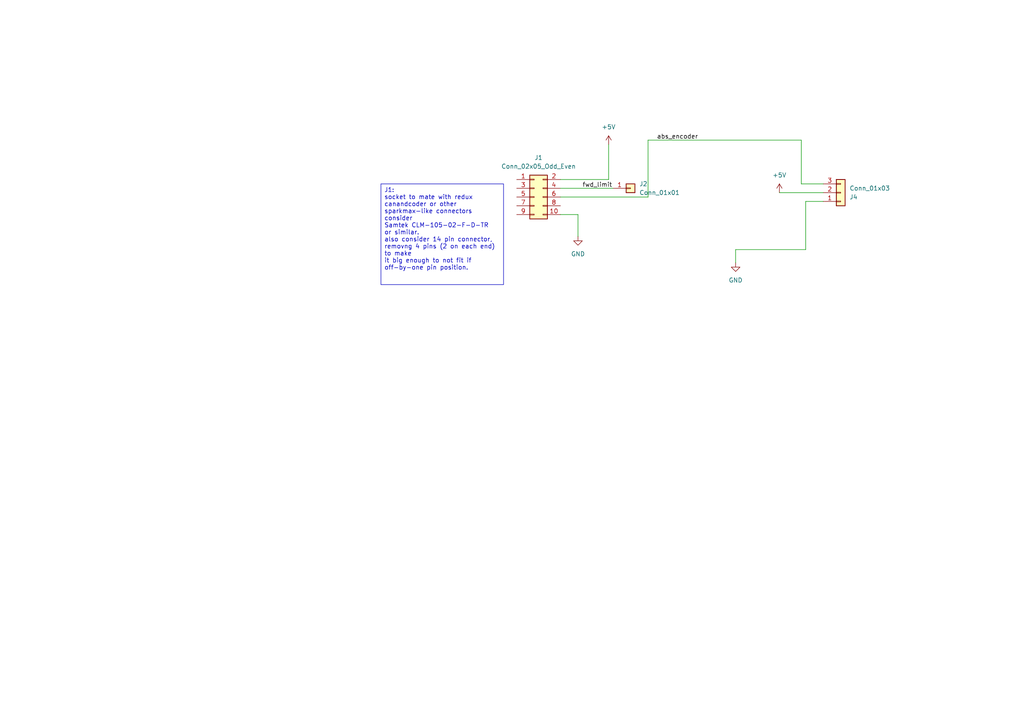
<source format=kicad_sch>
(kicad_sch (version 20230121) (generator eeschema)
  (paper "A4")
  (lib_symbols
    (symbol "Connector_Generic:Conn_01x01" (pin_names (offset 1.016) hide)
      (property "Reference" "J" (at 0 2.54 0))
      (property "Value" "Conn_01x01" (at 0 -2.54 0))
      (symbol "Conn_01x01_1_1"
        (rectangle (start -1.27 0.127) (end 0 -0.127) (stroke (width 0.1524)))
        (rectangle (start -1.27 1.27) (end 1.27 -1.27) (stroke (width 0.254)) (fill (type background)))
        (pin passive line (at -5.08 0 0) (length 3.81) (name "Pin_1") (number "1"))
      )
    )
    (symbol "Connector_Generic:Conn_01x03" (pin_names (offset 1.016) hide)
      (property "Reference" "J" (at 0 5.08 0))
      (property "Value" "Conn_01x03" (at 0 -5.08 0))
      (symbol "Conn_01x03_1_1"
        (rectangle (start -1.27 -2.413) (end 0 -2.667) (stroke (width 0.1524)))
        (rectangle (start -1.27 0.127) (end 0 -0.127) (stroke (width 0.1524)))
        (rectangle (start -1.27 2.667) (end 0 2.413) (stroke (width 0.1524)))
        (rectangle (start -1.27 3.81) (end 1.27 -3.81) (stroke (width 0.254)) (fill (type background)))
        (pin passive line (at -5.08 2.54 0) (length 3.81) (name "Pin_1") (number "1"))
        (pin passive line (at -5.08 0 0) (length 3.81) (name "Pin_2") (number "2"))
        (pin passive line (at -5.08 -2.54 0) (length 3.81) (name "Pin_3") (number "3"))
      )
    )
    (symbol "Connector_Generic:Conn_02x05_Odd_Even" (pin_names (offset 1.016) hide)
      (property "Reference" "J" (at 1.27 7.62 0))
      (property "Value" "Conn_02x05_Odd_Even" (at 1.27 -7.62 0))
      (symbol "Conn_02x05_Odd_Even_1_1"
        (rectangle (start -1.27 -4.953) (end 0 -5.207) (stroke (width 0.1524)))
        (rectangle (start -1.27 -2.413) (end 0 -2.667) (stroke (width 0.1524)))
        (rectangle (start -1.27 0.127) (end 0 -0.127) (stroke (width 0.1524)))
        (rectangle (start -1.27 2.667) (end 0 2.413) (stroke (width 0.1524)))
        (rectangle (start -1.27 5.207) (end 0 4.953) (stroke (width 0.1524)))
        (rectangle (start -1.27 6.35) (end 3.81 -6.35) (stroke (width 0.254)) (fill (type background)))
        (rectangle (start 3.81 -4.953) (end 2.54 -5.207) (stroke (width 0.1524)))
        (rectangle (start 3.81 -2.413) (end 2.54 -2.667) (stroke (width 0.1524)))
        (rectangle (start 3.81 0.127) (end 2.54 -0.127) (stroke (width 0.1524)))
        (rectangle (start 3.81 2.667) (end 2.54 2.413) (stroke (width 0.1524)))
        (rectangle (start 3.81 5.207) (end 2.54 4.953) (stroke (width 0.1524)))
        (pin passive line (at -5.08 5.08 0) (length 3.81) (name "Pin_1") (number "1"))
        (pin passive line (at 7.62 -5.08 180) (length 3.81) (name "Pin_10") (number "10"))
        (pin passive line (at 7.62 5.08 180) (length 3.81) (name "Pin_2") (number "2"))
        (pin passive line (at -5.08 2.54 0) (length 3.81) (name "Pin_3") (number "3"))
        (pin passive line (at 7.62 2.54 180) (length 3.81) (name "Pin_4") (number "4"))
        (pin passive line (at -5.08 0 0) (length 3.81) (name "Pin_5") (number "5"))
        (pin passive line (at 7.62 0 180) (length 3.81) (name "Pin_6") (number "6"))
        (pin passive line (at -5.08 -2.54 0) (length 3.81) (name "Pin_7") (number "7"))
        (pin passive line (at 7.62 -2.54 180) (length 3.81) (name "Pin_8") (number "8"))
        (pin passive line (at -5.08 -5.08 0) (length 3.81) (name "Pin_9") (number "9"))
      )
    )
    (symbol "power:+5V" (power) (pin_names (offset 0))
      (property "Value" "+5V" (at 0 3.556 0))
      (symbol "+5V_0_1"
        (polyline (pts (xy -0.762 1.27) (xy 0 2.54)))
        (polyline (pts (xy 0 0) (xy 0 2.54)))
        (polyline (pts (xy 0 2.54) (xy 0.762 1.27)))
      )
      (symbol "+5V_1_1"
        (pin power_in line (at 0 0 90) (length 0) hide (name "+5V") (number "1"))
      )
    )
    (symbol "power:GND" (power) (pin_names (offset 0))
      (property "Value" "GND" (at 0 -3.81 0))
      (symbol "GND_0_1"
        (polyline (pts (xy 0 0) (xy 0 -1.27) (xy 1.27 -1.27) (xy 0 -2.54) (xy -1.27 -1.27) (xy 0 -1.27)))
      )
      (symbol "GND_1_1"
        (pin power_in line (at 0 0 270) (length 0) hide (name "GND") (number "1"))
      )
    )
  )
  (wire (pts (xy 232.41 40.64) (xy 232.41 53.34)))
  (wire (pts (xy 187.96 40.64) (xy 232.41 40.64)))
  (wire (pts (xy 162.56 54.61) (xy 177.8 54.61)))
  (wire (pts (xy 213.36 72.39) (xy 213.36 76.2)))
  (wire (pts (xy 176.53 41.91) (xy 176.53 52.07)))
  (wire (pts (xy 238.76 58.42) (xy 233.68 58.42)))
  (wire (pts (xy 187.96 57.15) (xy 187.96 40.64)))
  (wire (pts (xy 226.06 55.88) (xy 238.76 55.88)))
  (wire (pts (xy 167.64 62.23) (xy 167.64 68.58)))
  (wire (pts (xy 162.56 52.07) (xy 176.53 52.07)))
  (wire (pts (xy 162.56 57.15) (xy 187.96 57.15)))
  (wire (pts (xy 233.68 58.42) (xy 233.68 72.39)))
  (wire (pts (xy 213.36 72.39) (xy 233.68 72.39)))
  (wire (pts (xy 162.56 62.23) (xy 167.64 62.23)))
  (wire (pts (xy 238.76 53.34) (xy 232.41 53.34)))
  (text_box "J1:\nsocket to mate with redux canandcoder or other sparkmax-like connectors\nconsider\nSamtek CLM-105-02-F-D-TR\nor similar.\nalso consider 14 pin connector, removng 4 pins (2 on each end) to make\nit big enough to not fit if off-by-one pin position.\n" (at 110.49 53.34 0) (size 35.56 29.21) (effects (font (size 1.27 1.27)) (justify left top)))
  (label "abs_encoder" (at 190.5 40.64 0))
  (label "fwd_limit" (at 168.91 54.61 0))
  (symbol (lib_id "power:GND") (at 167.64 68.58 0) (unit 1)
    (property "Reference" "#PWR01" (effects hide))
    (property "Value" "GND" (at 167.64 73.66 0))
  )
  (symbol (lib_id "Connector_Generic:Conn_01x01") (at 182.88 54.61 0) (unit 1)
    (property "Reference" "J2" (at 185.42 53.34 0) (effects (justify left)))
    (property "Value" "Conn_01x01" (at 185.42 55.88 0) (effects (justify left)))
    (property "Footprint" "Connector_PinHeader_2.54mm:PinHeader_1x01_P2.54mm_Vertical" (effects hide))
  )
  (symbol (lib_id "power:GND") (at 213.36 76.2 0) (unit 1)
    (property "Reference" "#PWR02" (effects hide))
    (property "Value" "GND" (at 213.36 81.28 0))
  )
  (symbol (lib_id "Connector_Generic:Conn_02x05_Odd_Even") (at 154.94 57.15 0) (unit 1)
    (property "Reference" "J1" (at 156.21 45.72 0))
    (property "Value" "Conn_02x05_Odd_Even" (at 156.21 48.26 0))
    (property "Footprint" "Connector_PinSocket_1.00mm:PinSocket_2x05_P1.00mm_Vertical_SMD" (effects hide))
  )
  (symbol (lib_id "power:+5V") (at 226.06 55.88 0) (unit 1)
    (property "Reference" "#PWR04" (effects hide))
    (property "Value" "+5V" (at 226.06 50.8 0))
  )
  (symbol (lib_id "Connector_Generic:Conn_01x03") (at 243.84 55.88 0) (mirror x) (unit 1)
    (property "Reference" "J4" (at 246.38 57.15 0) (effects (justify left)))
    (property "Value" "Conn_01x03" (at 246.38 54.61 0) (effects (justify left)))
    (property "Footprint" "Library:CONN_70555-0002_MOL" (effects hide))
  )
  (symbol (lib_id "power:+5V") (at 176.53 41.91 0) (unit 1)
    (property "Reference" "#PWR03" (effects hide))
    (property "Value" "+5V" (at 176.53 36.83 0))
  )
)
</source>
